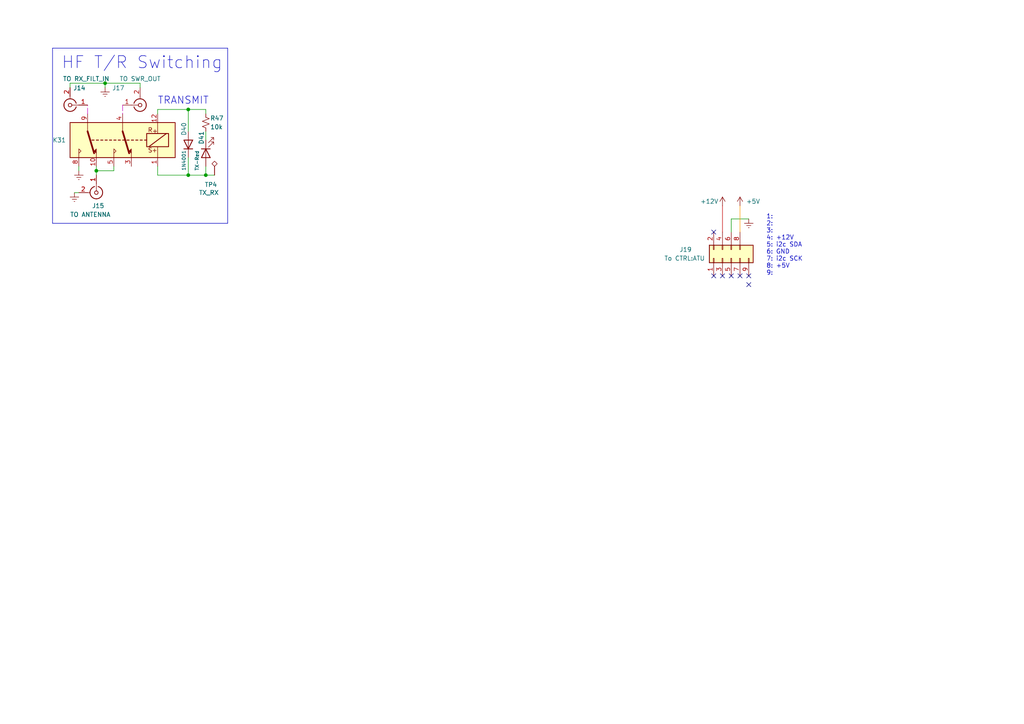
<source format=kicad_sch>
(kicad_sch (version 20231120) (generator "eeschema") (generator_version "8.0")
  (paper "A4")
  (title_block (title "HF PA") (rev "2023/08/14"))
  (lib_symbols
    (symbol "Connector:Conn_Coaxial" (pin_names (offset 1.016) hide)
      (property "Reference" "J" (at 0.254 3.048 0))
      (property "Value" "Conn_Coaxial" (at 2.921 0 90))
      (symbol "Conn_Coaxial_0_1"
        (arc (start -1.778 -0.508) (mid 0.2311 -1.8066) (end 1.778 0) (stroke (width 0.254)))
        (polyline (pts (xy -2.54 0) (xy -0.508 0)))
        (polyline (pts (xy 0 -2.54) (xy 0 -1.778)))
        (circle (center 0 0) (radius 0.508) (stroke (width 0.2032)))
        (arc (start 1.778 0) (mid 0.2099 1.8101) (end -1.778 0.508) (stroke (width 0.254)))
      )
      (symbol "Conn_Coaxial_1_1"
        (pin passive line (at -5.08 0 0) (length 2.54) (name "In") (number "1"))
        (pin passive line (at 0 -5.08 90) (length 2.54) (name "Ext") (number "2"))
      )
    )
    (symbol "Connector:TestPoint_Alt" (pin_numbers hide) (pin_names (offset 0.762) hide)
      (property "Reference" "TP" (at 0 6.858 0))
      (property "Value" "TestPoint_Alt" (at 0 5.08 0))
      (symbol "TestPoint_Alt_0_1"
        (polyline (pts (xy 0 2.54) (xy -0.762 3.302) (xy 0 4.064) (xy 0.762 3.302) (xy 0 2.54)))
      )
      (symbol "TestPoint_Alt_1_1"
        (pin passive line (at 0 0 90) (length 2.54) (name "1") (number "1"))
      )
    )
    (symbol "Connector_Generic:Conn_2Rows-09Pins" (pin_names (offset 1.016) hide)
      (property "Reference" "J" (at 1.27 7.62 0))
      (property "Value" "Conn_2Rows-09Pins" (at 1.27 -7.62 0))
      (symbol "Conn_2Rows-09Pins_1_1"
        (rectangle (start -1.27 -4.953) (end 0 -5.207) (stroke (width 0.1524)))
        (rectangle (start -1.27 -2.413) (end 0 -2.667) (stroke (width 0.1524)))
        (rectangle (start -1.27 0.127) (end 0 -0.127) (stroke (width 0.1524)))
        (rectangle (start -1.27 2.667) (end 0 2.413) (stroke (width 0.1524)))
        (rectangle (start -1.27 5.207) (end 0 4.953) (stroke (width 0.1524)))
        (rectangle (start -1.27 6.35) (end 3.81 -6.35) (stroke (width 0.254)) (fill (type background)))
        (rectangle (start 3.81 -2.413) (end 2.54 -2.667) (stroke (width 0.1524)))
        (rectangle (start 3.81 0.127) (end 2.54 -0.127) (stroke (width 0.1524)))
        (rectangle (start 3.81 2.667) (end 2.54 2.413) (stroke (width 0.1524)))
        (rectangle (start 3.81 5.207) (end 2.54 4.953) (stroke (width 0.1524)))
        (pin passive line (at -5.08 5.08 0) (length 3.81) (name "Pin_1") (number "1"))
        (pin passive line (at 7.62 5.08 180) (length 3.81) (name "Pin_2") (number "2"))
        (pin passive line (at -5.08 2.54 0) (length 3.81) (name "Pin_3") (number "3"))
        (pin passive line (at 7.62 2.54 180) (length 3.81) (name "Pin_4") (number "4"))
        (pin passive line (at -5.08 0 0) (length 3.81) (name "Pin_5") (number "5"))
        (pin passive line (at 7.62 0 180) (length 3.81) (name "Pin_6") (number "6"))
        (pin passive line (at -5.08 -2.54 0) (length 3.81) (name "Pin_7") (number "7"))
        (pin passive line (at 7.62 -2.54 180) (length 3.81) (name "Pin_8") (number "8"))
        (pin passive line (at -5.08 -5.08 0) (length 3.81) (name "Pin_9") (number "9"))
      )
    )
    (symbol "Device:LED" (pin_numbers hide) (pin_names (offset 1.016) hide)
      (property "Reference" "D" (at 0 2.54 0))
      (property "Value" "LED" (at 0 -2.54 0))
      (symbol "LED_0_1"
        (polyline (pts (xy -1.27 -1.27) (xy -1.27 1.27)) (stroke (width 0.254)))
        (polyline (pts (xy -1.27 0) (xy 1.27 0)))
        (polyline (pts (xy 1.27 -1.27) (xy 1.27 1.27) (xy -1.27 0) (xy 1.27 -1.27)) (stroke (width 0.254)))
        (polyline (pts (xy -3.048 -0.762) (xy -4.572 -2.286) (xy -3.81 -2.286) (xy -4.572 -2.286) (xy -4.572 -1.524)))
        (polyline (pts (xy -1.778 -0.762) (xy -3.302 -2.286) (xy -2.54 -2.286) (xy -3.302 -2.286) (xy -3.302 -1.524)))
      )
      (symbol "LED_1_1"
        (pin passive line (at -3.81 0 0) (length 2.54) (name "K") (number "1"))
        (pin passive line (at 3.81 0 180) (length 2.54) (name "A") (number "2"))
      )
    )
    (symbol "Device:R_Small_US" (pin_numbers hide) (pin_names (offset 0.254) hide)
      (property "Reference" "R" (at 0.762 0.508 0))
      (property "Value" "R_Small_US" (at 0.762 -1.016 0))
      (symbol "R_Small_US_1_1"
        (polyline (pts (xy 0 0) (xy 1.016 -0.381) (xy 0 -0.762) (xy -1.016 -1.143) (xy 0 -1.524)))
        (polyline (pts (xy 0 1.524) (xy 1.016 1.143) (xy 0 0.762) (xy -1.016 0.381) (xy 0 0)))
        (pin passive line (at 0 2.54 270) (length 1.016) (name "~") (number "1"))
        (pin passive line (at 0 -2.54 90) (length 1.016) (name "~") (number "2"))
      )
    )
    (symbol "Diode:1N4001" (pin_numbers hide) (pin_names hide)
      (property "Reference" "D" (at 0 2.54 0))
      (property "Value" "1N4001" (at 0 -2.54 0))
      (symbol "1N4001_0_1"
        (polyline (pts (xy -1.27 1.27) (xy -1.27 -1.27)) (stroke (width 0.254)))
        (polyline (pts (xy 1.27 0) (xy -1.27 0)))
        (polyline (pts (xy 1.27 1.27) (xy 1.27 -1.27) (xy -1.27 0) (xy 1.27 1.27)) (stroke (width 0.254)))
      )
      (symbol "1N4001_1_1"
        (pin passive line (at -3.81 0 0) (length 2.54) (name "K") (number "1"))
        (pin passive line (at 3.81 0 180) (length 2.54) (name "A") (number "2"))
      )
    )
    (symbol "Relay:EC2-5SNU"
      (property "Reference" "K" (at 15.24 8.89 0))
      (property "Value" "EC2-5SNU" (at 19.05 6.35 0))
      (symbol "EC2-5SNU_0_0"
        (text "S" (at -8.001 2.921 0) (effects (font (size 1.27 1.27))))
      )
      (symbol "EC2-5SNU_1_1"
        (rectangle (start -15.24 5.08) (end 15.24 -5.08) (stroke (width 0.254)) (fill (type background)))
        (rectangle (start -13.335 1.905) (end -6.985 -1.905) (stroke (width 0.254)))
        (polyline (pts (xy -12.7 -1.905) (xy -7.62 1.905)) (stroke (width 0.254)))
        (polyline (pts (xy -10.16 -5.08) (xy -10.16 -1.905)))
        (polyline (pts (xy -10.16 5.08) (xy -10.16 1.905)))
        (polyline (pts (xy -6.985 0) (xy -6.35 0)) (stroke (width 0.254)))
        (polyline (pts (xy -5.715 0) (xy -5.08 0)) (stroke (width 0.254)))
        (polyline (pts (xy -4.445 0) (xy -3.81 0)) (stroke (width 0.254)))
        (polyline (pts (xy -3.175 0) (xy -2.54 0)) (stroke (width 0.254)))
        (polyline (pts (xy -1.905 0) (xy -1.27 0)) (stroke (width 0.254)))
        (polyline (pts (xy -0.635 0) (xy 0 0)) (stroke (width 0.254)))
        (polyline (pts (xy 0 -2.54) (xy -1.905 3.81)) (stroke (width 0.508)))
        (polyline (pts (xy 0 -2.54) (xy 0 -5.08)))
        (polyline (pts (xy 0.635 0) (xy 1.27 0)) (stroke (width 0.254)))
        (polyline (pts (xy 1.905 0) (xy 2.54 0)) (stroke (width 0.254)))
        (polyline (pts (xy 3.175 0) (xy 3.81 0)) (stroke (width 0.254)))
        (polyline (pts (xy 4.445 0) (xy 5.08 0)) (stroke (width 0.254)))
        (polyline (pts (xy 5.715 0) (xy 6.35 0)) (stroke (width 0.254)))
        (polyline (pts (xy 6.985 0) (xy 7.62 0)) (stroke (width 0.254)))
        (polyline (pts (xy 8.255 0) (xy 8.89 0)) (stroke (width 0.254)))
        (polyline (pts (xy 10.16 -2.54) (xy 8.255 3.81)) (stroke (width 0.508)))
        (polyline (pts (xy 10.16 -2.54) (xy 10.16 -5.08)))
        (polyline (pts (xy -2.54 5.08) (xy -2.54 2.54) (xy -1.905 3.175) (xy -2.54 3.81)) (fill (type outline)))
        (polyline (pts (xy 2.54 5.08) (xy 2.54 2.54) (xy 1.905 3.175) (xy 2.54 3.81)))
        (polyline (pts (xy 7.62 5.08) (xy 7.62 2.54) (xy 8.255 3.175) (xy 7.62 3.81)) (fill (type outline)))
        (polyline (pts (xy 12.7 5.08) (xy 12.7 2.54) (xy 12.065 3.175) (xy 12.7 3.81)))
        (text "+" (at -9.398 -2.667 0) (effects (font (size 1.27 1.27))))
        (text "+" (at -9.271 2.921 0) (effects (font (size 1.27 1.27))))
        (text "R" (at -8.001 -2.921 0) (effects (font (size 1.27 1.27))))
        (pin passive line (at -10.16 7.62 270) (length 2.54) (name "~") (number "1"))
        (pin passive line (at 7.62 7.62 270) (length 2.54) (name "~") (number "10"))
        (pin passive line (at -10.16 -7.62 90) (length 2.54) (name "~") (number "12"))
        (pin passive line (at -2.54 7.62 270) (length 2.54) (name "~") (number "3"))
        (pin passive line (at 0 -7.62 90) (length 2.54) (name "~") (number "4"))
        (pin passive line (at 2.54 7.62 270) (length 2.54) (name "~") (number "5"))
        (pin passive line (at 12.7 7.62 270) (length 2.54) (name "~") (number "8"))
        (pin passive line (at 10.16 -7.62 90) (length 2.54) (name "~") (number "9"))
      )
    )
    (symbol "power:+12V" (power) (pin_names (offset 0))
      (property "Value" "+12V" (at 0 3.556 0))
      (symbol "+12V_0_1"
        (polyline (pts (xy -0.762 1.27) (xy 0 2.54)))
        (polyline (pts (xy 0 0) (xy 0 2.54)))
        (polyline (pts (xy 0 2.54) (xy 0.762 1.27)))
      )
      (symbol "+12V_1_1"
        (pin power_in line (at 0 0 90) (length 0) hide (name "+12V") (number "1"))
      )
    )
    (symbol "power:+5V" (power) (pin_names (offset 0))
      (property "Value" "+5V" (at 0 3.556 0))
      (symbol "+5V_0_1"
        (polyline (pts (xy -0.762 1.27) (xy 0 2.54)))
        (polyline (pts (xy 0 0) (xy 0 2.54)))
        (polyline (pts (xy 0 2.54) (xy 0.762 1.27)))
      )
      (symbol "+5V_1_1"
        (pin power_in line (at 0 0 90) (length 0) hide (name "+5V") (number "1"))
      )
    )
    (symbol "power:Earth" (power) (pin_names (offset 0))
      (symbol "Earth_0_1"
        (polyline (pts (xy -0.635 -1.905) (xy 0.635 -1.905)))
        (polyline (pts (xy -0.127 -2.54) (xy 0.127 -2.54)))
        (polyline (pts (xy 0 -1.27) (xy 0 0)))
        (polyline (pts (xy 1.27 -1.27) (xy -1.27 -1.27)))
      )
      (symbol "Earth_1_1"
        (pin power_in line (at 0 0 270) (length 0) hide (name "Earth") (number "1"))
      )
    )
  )
  (junction (at 30.48 24.13))
  (junction (at 54.61 50.8))
  (junction (at 59.69 50.8))
  (junction (at 27.94 49.53))
  (junction (at 54.61 31.75))
  (no_connect (at 217.17 80.01))
  (no_connect (at 209.55 80.01))
  (no_connect (at 207.01 80.01))
  (no_connect (at 214.63 80.01))
  (no_connect (at 207.01 67.31))
  (no_connect (at 212.09 80.01))
  (no_connect (at 217.17 82.55))
  (wire (pts (xy 45.72 50.8) (xy 45.72 48.26)))
  (wire (pts (xy 45.72 31.75) (xy 54.61 31.75)))
  (wire (pts (xy 30.48 25.4) (xy 30.48 24.13)))
  (wire (pts (xy 33.02 49.53) (xy 27.94 49.53)))
  (wire (pts (xy 54.61 31.75) (xy 54.61 38.1)))
  (wire (pts (xy 209.55 59.69) (xy 209.55 67.31)) (stroke (width 0) (color 194 0 0 1)))
  (wire (pts (xy 54.61 45.72) (xy 54.61 50.8)))
  (wire (pts (xy 59.69 48.26) (xy 59.69 50.8)))
  (wire (pts (xy 54.61 50.8) (xy 59.69 50.8)))
  (wire (pts (xy 21.59 55.88) (xy 22.86 55.88)))
  (polyline (pts (xy 15.24 13.97) (xy 66.04 13.97)))
  (wire (pts (xy 212.09 63.5) (xy 212.09 67.31)))
  (wire (pts (xy 45.72 33.02) (xy 45.72 31.75)))
  (wire (pts (xy 62.23 50.8) (xy 59.69 50.8)))
  (polyline (pts (xy 15.24 13.97) (xy 15.24 64.77)))
  (wire (pts (xy 20.32 25.4) (xy 20.32 24.13)))
  (wire (pts (xy 35.56 30.48) (xy 35.56 33.02)) (stroke (width 0) (type dash) (color 194 0 194 1)))
  (polyline (pts (xy 66.04 64.77) (xy 66.04 13.97)))
  (wire (pts (xy 30.48 24.13) (xy 20.32 24.13)))
  (wire (pts (xy 27.94 49.53) (xy 27.94 50.8)))
  (wire (pts (xy 217.17 63.5) (xy 212.09 63.5)))
  (wire (pts (xy 54.61 31.75) (xy 59.69 31.75)))
  (wire (pts (xy 40.64 24.13) (xy 30.48 24.13)))
  (wire (pts (xy 214.63 59.69) (xy 214.63 67.31)) (stroke (width 0) (color 255 153 0 1)))
  (wire (pts (xy 45.72 50.8) (xy 54.61 50.8)))
  (wire (pts (xy 22.86 48.26) (xy 22.86 49.53)))
  (wire (pts (xy 59.69 38.1) (xy 59.69 40.64)))
  (wire (pts (xy 25.4 33.02) (xy 25.4 30.48)) (stroke (width 0) (type dash) (color 194 0 194 1)))
  (polyline (pts (xy 15.24 64.77) (xy 66.04 64.77)))
  (wire (pts (xy 27.94 48.26) (xy 27.94 49.53)))
  (wire (pts (xy 40.64 25.4) (xy 40.64 24.13)))
  (wire (pts (xy 33.02 48.26) (xy 33.02 49.53)))
  (wire (pts (xy 59.69 33.02) (xy 59.69 31.75)))
  (text "TRANSMIT" (at 45.72 30.48 0) (effects (font (size 2.1 2.1)) (justify left bottom)))
  (text "1:\n2:\n3:\n4: +12V\n5: i2c SDA\n6: GND\n7: i2c SCK\n8: +5V\n9:" (at 222.25 80.01 0) (effects (font (size 1.27 1.27)) (justify left bottom)))
  (text "HF T/R Switching" (at 17.78 20.32 0) (effects (font (size 3.5 3.5)) (justify left bottom)))
  (symbol (lib_id "Connector:Conn_Coaxial") (at 40.64 30.48 0) (mirror x) (unit 1)
    (property "Reference" "J17" (at 34.3274 25.5236 0))
    (property "Value" "TO SWR_OUT" (at 40.64 22.86 0))
    (property "Datasheet" " ~" (effects (hide yes)))
  )
  (symbol (lib_id "Connector_Generic:Conn_2Rows-09Pins") (at 212.09 74.93 90) (unit 1)
    (property "Reference" "J19" (at 200.66 72.39 90) (effects (justify left)))
    (property "Value" "To CTRL:ATU" (at 204.47 74.93 90) (effects (justify left)))
  )
  (symbol (lib_id "Diode:1N4001") (at 54.61 41.91 270) (mirror x) (unit 1)
    (property "Reference" "D40" (at 53.34 39.37 0) (effects (justify left)))
    (property "Value" "1N4001" (at 53.34 49.53 0) (effects (font (size 1 1)) (justify left)))
    (property "Footprint" "Diode_THT:D_DO-41_SOD81_P10.16mm_Horizontal" (effects (hide yes)))
    (property "Datasheet" "http://www.vishay.com/docs/88503/1n4001.pdf" (effects (hide yes)))
  )
  (symbol (lib_id "Device:LED") (at 59.69 44.45 90) (mirror x) (unit 1)
    (property "Reference" "D41" (at 58.42 41.91 0) (effects (justify right)))
    (property "Value" "TX-Red" (at 57.15 49.53 0) (effects (font (size 1 1)) (justify right)))
  )
  (symbol (lib_id "power:+5V") (at 214.63 59.69 0) (unit 1)
    (property "Reference" "#PWR0119" (effects (hide yes)))
    (property "Value" "+5V" (at 218.44 58.42 0))
  )
  (symbol (lib_id "Connector:Conn_Coaxial") (at 27.94 55.88 270) (unit 1)
    (property "Reference" "J15" (at 26.67 59.69 90) (effects (justify left)))
    (property "Value" "TO ANTENNA" (at 20.32 62.23 90) (effects (justify left)))
    (property "Datasheet" " ~" (effects (hide yes)))
  )
  (symbol (lib_id "Device:R_Small_US") (at 59.69 35.56 0) (unit 1)
    (property "Reference" "R47" (at 60.96 34.29 0) (effects (justify left)))
    (property "Value" "10k" (at 60.96 36.83 0) (effects (justify left)))
  )
  (symbol (lib_id "Connector:Conn_Coaxial") (at 20.32 30.48 180) (unit 1)
    (property "Reference" "J14" (at 24.8337 25.5236 0) (effects (justify left)))
    (property "Value" "TO RX_FILT_IN" (at 31.75 22.86 0) (effects (justify left)))
    (property "Datasheet" " ~" (effects (hide yes)))
  )
  (symbol (lib_id "Relay:EC2-5SNU") (at 35.56 40.64 180) (unit 1)
    (property "Reference" "K31" (at 15.24 40.64 0) (effects (justify right)))
    (property "Value" "EC2-5SNU" (effects (hide yes)))
    (property "Footprint" "Relay_THT:Relay_DPDT_Kemet_EC2" (effects (hide yes)))
    (property "Datasheet" "https://content.kemet.com/datasheets/KEM_R7002_EC2_EE2.pdf" (effects (hide yes)))
  )
  (symbol (lib_id "power:Earth") (at 21.59 55.88 0) (mirror y) (unit 1)
    (property "Reference" "#PWR0102" (effects (hide yes)))
    (property "Value" "Earth" (effects (hide yes)))
  )
  (symbol (lib_id "Connector:TestPoint_Alt") (at 62.23 50.8 0) (mirror y) (unit 1)
    (property "Reference" "TP4" (at 63.014 53.553 0) (effects (justify left)))
    (property "Value" "TX_RX" (at 63.5 55.88 0) (effects (justify left)))
  )
  (symbol (lib_id "power:Earth") (at 22.86 49.53 0) (unit 1)
    (property "Reference" "#PWR0101" (effects (hide yes)))
    (property "Value" "Earth" (effects (hide yes)))
  )
  (symbol (lib_id "power:Earth") (at 217.17 63.5 0) (unit 1)
    (property "Reference" "#PWR0120" (effects (hide yes)))
    (property "Value" "Earth" (effects (hide yes)))
  )
  (symbol (lib_id "power:Earth") (at 30.48 25.4 0) (unit 1)
    (property "Reference" "#PWR0103" (effects (hide yes)))
    (property "Value" "Earth" (effects (hide yes)))
  )
  (symbol (lib_id "power:+12V") (at 209.55 59.69 0) (mirror y) (unit 1)
    (property "Reference" "#PWR0118" (effects (hide yes)))
    (property "Value" "+12V" (at 205.74 58.42 0))
  )
)
</source>
